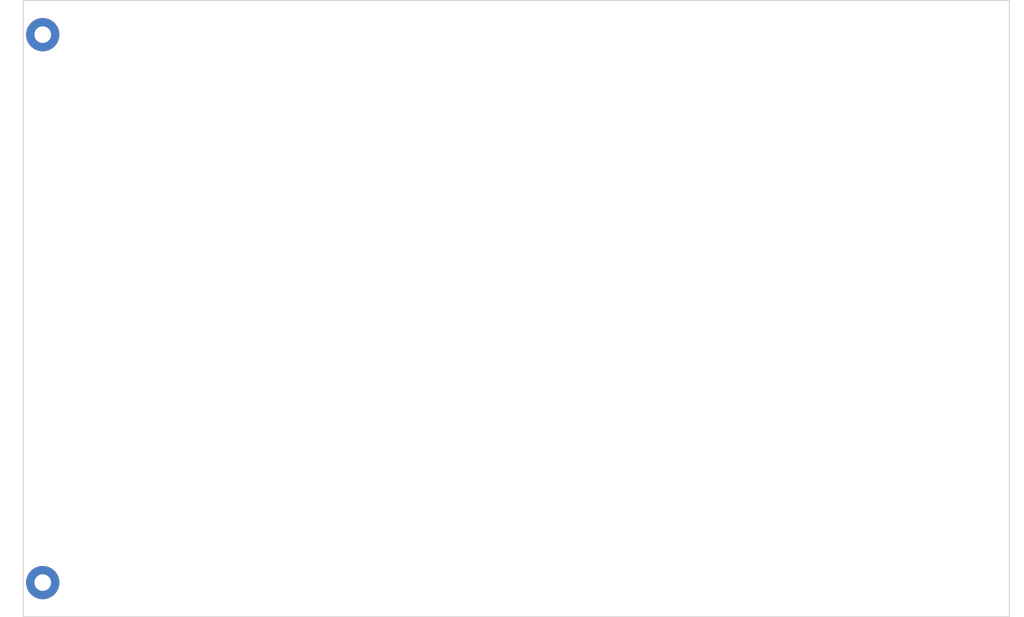
<source format=kicad_pcb>
(kicad_pcb (version 20171130) (host pcbnew "(5.1.6)-1")

  (general
    (thickness 1.6)
    (drawings 8)
    (tracks 0)
    (zones 0)
    (modules 4)
    (nets 1)
  )

  (page A4)
  (layers
    (0 F.Cu signal)
    (31 B.Cu signal)
    (32 B.Adhes user)
    (33 F.Adhes user)
    (34 B.Paste user)
    (35 F.Paste user)
    (36 B.SilkS user)
    (37 F.SilkS user)
    (38 B.Mask user)
    (39 F.Mask user)
    (40 Dwgs.User user)
    (41 Cmts.User user)
    (42 Eco1.User user)
    (43 Eco2.User user)
    (44 Edge.Cuts user)
    (45 Margin user)
    (46 B.CrtYd user)
    (47 F.CrtYd user)
    (48 B.Fab user)
    (49 F.Fab user)
  )

  (setup
    (last_trace_width 0.25)
    (trace_clearance 0.2)
    (zone_clearance 0.508)
    (zone_45_only no)
    (trace_min 0.2)
    (via_size 0.8)
    (via_drill 0.4)
    (via_min_size 0.4)
    (via_min_drill 0.3)
    (uvia_size 0.3)
    (uvia_drill 0.1)
    (uvias_allowed no)
    (uvia_min_size 0.2)
    (uvia_min_drill 0.1)
    (edge_width 0.15)
    (segment_width 0.2)
    (pcb_text_width 0.3)
    (pcb_text_size 1.5 1.5)
    (mod_edge_width 0.15)
    (mod_text_size 1 1)
    (mod_text_width 0.15)
    (pad_size 1.524 1.524)
    (pad_drill 0.762)
    (pad_to_mask_clearance 0.2)
    (aux_axis_origin 0 0)
    (grid_origin 68.5 45)
    (visible_elements 7FFFFFFF)
    (pcbplotparams
      (layerselection 0x00030_ffffffff)
      (usegerberextensions false)
      (usegerberattributes false)
      (usegerberadvancedattributes false)
      (creategerberjobfile false)
      (excludeedgelayer true)
      (linewidth 0.100000)
      (plotframeref false)
      (viasonmask false)
      (mode 1)
      (useauxorigin false)
      (hpglpennumber 1)
      (hpglpenspeed 20)
      (hpglpendiameter 15.000000)
      (psnegative false)
      (psa4output false)
      (plotreference true)
      (plotvalue true)
      (plotinvisibletext false)
      (padsonsilk false)
      (subtractmaskfromsilk false)
      (outputformat 1)
      (mirror false)
      (drillshape 0)
      (scaleselection 1)
      (outputdirectory ""))
  )

  (net 0 "")

  (net_class Default "This is the default net class."
    (clearance 0.2)
    (trace_width 0.25)
    (via_dia 0.8)
    (via_drill 0.4)
    (uvia_dia 0.3)
    (uvia_drill 0.1)
    (add_net "Net-(MK1-Pad1)")
    (add_net "Net-(MK2-Pad1)")
  )

  (module MountingHole:MountingHole_2.7mm locked (layer F.Cu) (tedit 56D1B4CB) (tstamp 59755F5D)
    (at 225.74 139.45)
    (descr "Mounting Hole 2.7mm, no annular")
    (tags "mounting hole 2.7mm no annular")
    (path /5A6D003F)
    (attr virtual)
    (fp_text reference H2 (at 0 -3.7) (layer F.SilkS) hide
      (effects (font (size 1 1) (thickness 0.15)))
    )
    (fp_text value MountingHole (at 0 3.7) (layer F.Fab)
      (effects (font (size 1 1) (thickness 0.15)))
    )
    (fp_circle (center 0 0) (end 2.7 0) (layer Cmts.User) (width 0.15))
    (fp_circle (center 0 0) (end 2.95 0) (layer F.CrtYd) (width 0.05))
    (fp_text user %R (at 0.3 0) (layer F.Fab) hide
      (effects (font (size 1 1) (thickness 0.15)))
    )
    (pad 1 np_thru_hole circle (at 0 0) (size 2.7 2.7) (drill 2.7) (layers *.Cu *.Mask))
  )

  (module MountingHole:MountingHole_2.7mm locked (layer F.Cu) (tedit 56D1B4CB) (tstamp 59755F56)
    (at 225.74 50.55)
    (descr "Mounting Hole 2.7mm, no annular")
    (tags "mounting hole 2.7mm no annular")
    (path /5A6CFF98)
    (attr virtual)
    (fp_text reference H1 (at 0 -3.7) (layer F.SilkS) hide
      (effects (font (size 1 1) (thickness 0.15)))
    )
    (fp_text value MountingHole (at 0 3.7) (layer F.Fab)
      (effects (font (size 1 1) (thickness 0.15)))
    )
    (fp_circle (center 0 0) (end 2.7 0) (layer Cmts.User) (width 0.15))
    (fp_circle (center 0 0) (end 2.95 0) (layer F.CrtYd) (width 0.05))
    (fp_text user %R (at 0.3 0) (layer F.Fab) hide
      (effects (font (size 1 1) (thickness 0.15)))
    )
    (pad 1 np_thru_hole circle (at 0 0) (size 2.7 2.7) (drill 2.7) (layers *.Cu *.Mask))
  )

  (module MountingHole:MountingHole_2.7mm_Pad (layer F.Cu) (tedit 56D1B4CB) (tstamp 59755B13)
    (at 71.665 50.55)
    (descr "Mounting Hole 2.7mm")
    (tags "mounting hole 2.7mm")
    (path /5A6CFED2)
    (attr virtual)
    (fp_text reference MK1 (at 0 -3.7) (layer F.SilkS) hide
      (effects (font (size 1 1) (thickness 0.15)))
    )
    (fp_text value MountingHole_Pad (at 0 3.7) (layer F.Fab)
      (effects (font (size 1 1) (thickness 0.15)))
    )
    (fp_circle (center 0 0) (end 2.95 0) (layer F.CrtYd) (width 0.05))
    (fp_circle (center 0 0) (end 2.7 0) (layer Cmts.User) (width 0.15))
    (fp_text user %R (at 0.3 0) (layer F.Fab) hide
      (effects (font (size 1 1) (thickness 0.15)))
    )
    (pad 1 thru_hole circle (at 0 0) (size 5.4 5.4) (drill 2.7) (layers *.Cu *.Mask))
  )

  (module MountingHole:MountingHole_2.7mm_Pad (layer F.Cu) (tedit 56D1B4CB) (tstamp 597559B3)
    (at 71.665 139.45)
    (descr "Mounting Hole 2.7mm")
    (tags "mounting hole 2.7mm")
    (path /5A6CFFFA)
    (attr virtual)
    (fp_text reference MK2 (at 0 -3.7) (layer F.SilkS) hide
      (effects (font (size 1 1) (thickness 0.15)))
    )
    (fp_text value MountingHole_Pad (at 0 3.7) (layer F.Fab)
      (effects (font (size 1 1) (thickness 0.15)))
    )
    (fp_circle (center 0 0) (end 2.95 0) (layer F.CrtYd) (width 0.05))
    (fp_circle (center 0 0) (end 2.7 0) (layer Cmts.User) (width 0.15))
    (fp_text user %R (at 0.3 0) (layer F.Fab) hide
      (effects (font (size 1 1) (thickness 0.15)))
    )
    (pad 1 thru_hole circle (at 0 0) (size 5.4 5.4) (drill 2.7) (layers *.Cu *.Mask))
  )

  (gr_line (start 228.5 47.4) (end 68.5 47.4) (angle 90) (layer F.CrtYd) (width 0.2))
  (gr_line (start 68.5 47.4) (end 228.5 47.4) (angle 90) (layer B.CrtYd) (width 0.2))
  (gr_line (start 68.5 142.6) (end 228.5 142.6) (angle 90) (layer B.CrtYd) (width 0.2) (tstamp 59795C8A))
  (gr_line (start 68.5 142.6) (end 228.5 142.6) (angle 90) (layer F.CrtYd) (width 0.2))
  (gr_line (start 68.5 145) (end 228.5 145) (angle 90) (layer Edge.Cuts) (width 0.15))
  (gr_line (start 68.5 45) (end 68.5 145) (angle 90) (layer Edge.Cuts) (width 0.15))
  (gr_line (start 228.5 45) (end 68.5 45) (angle 90) (layer Edge.Cuts) (width 0.15))
  (gr_line (start 228.5 145) (end 228.5 45) (angle 90) (layer Edge.Cuts) (width 0.15))

  (zone (net 0) (net_name "") (layers F&B.Cu) (tstamp 0) (hatch full 0.508)
    (connect_pads (clearance 0.508))
    (min_thickness 0.254)
    (keepout (tracks not_allowed) (vias not_allowed) (copperpour not_allowed))
    (fill (arc_segments 32) (thermal_gap 0.508) (thermal_bridge_width 0.508))
    (polygon
      (pts
        (xy 228.5 47.5) (xy 68.5 47.5) (xy 68.5 45) (xy 228.5 45)
      )
    )
  )
  (zone (net 0) (net_name "") (layers F&B.Cu) (tstamp 0) (hatch full 0.508)
    (connect_pads (clearance 0.508))
    (min_thickness 0.254)
    (keepout (tracks not_allowed) (vias not_allowed) (copperpour not_allowed))
    (fill (arc_segments 32) (thermal_gap 0.508) (thermal_bridge_width 0.508))
    (polygon
      (pts
        (xy 228.5 145) (xy 68.5 145) (xy 68.5 142.5) (xy 228.5 142.5)
      )
    )
  )
)

</source>
